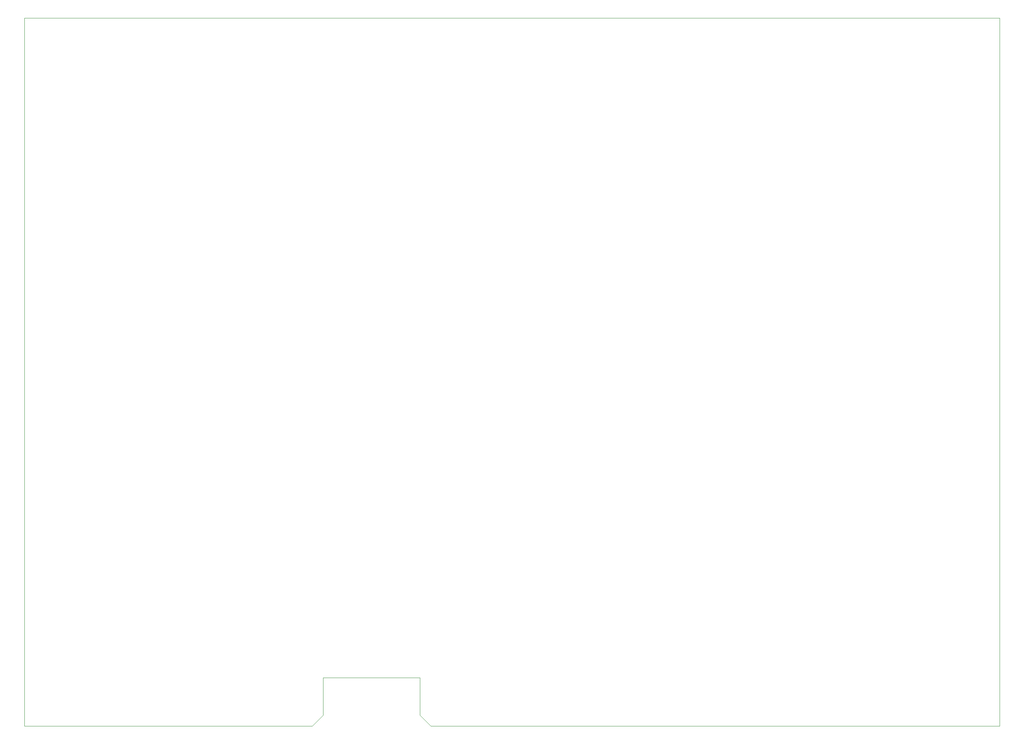
<source format=gbr>
%TF.GenerationSoftware,KiCad,Pcbnew,(6.0.4-0)*%
%TF.CreationDate,2024-04-30T16:36:33+10:00*%
%TF.ProjectId,PC and ADDER 74LS74 MOD,50432061-6e64-4204-9144-444552203734,rev?*%
%TF.SameCoordinates,Original*%
%TF.FileFunction,Profile,NP*%
%FSLAX46Y46*%
G04 Gerber Fmt 4.6, Leading zero omitted, Abs format (unit mm)*
G04 Created by KiCad (PCBNEW (6.0.4-0)) date 2024-04-30 16:36:33*
%MOMM*%
%LPD*%
G01*
G04 APERTURE LIST*
%TA.AperFunction,Profile*%
%ADD10C,0.050000*%
%TD*%
G04 APERTURE END LIST*
D10*
X126700000Y-180000000D02*
X255000000Y-180000000D01*
X35000000Y-180000000D02*
X99900000Y-180000000D01*
X124200000Y-169000000D02*
X124200000Y-177500000D01*
X255000000Y-20000000D02*
X255000000Y-180000000D01*
X124200000Y-177500000D02*
X126700000Y-180000000D01*
X102400000Y-169000000D02*
X124200000Y-169000000D01*
X102400000Y-177500000D02*
X102400000Y-169000000D01*
X35000000Y-180000000D02*
X35000000Y-20000000D01*
X35000000Y-20000000D02*
X255000000Y-20000000D01*
X99900000Y-180000000D02*
X102400000Y-177500000D01*
M02*

</source>
